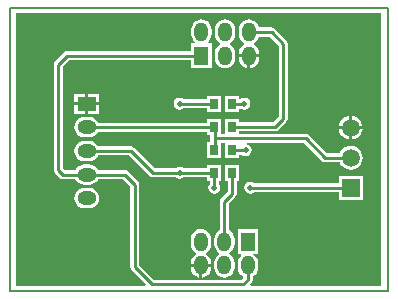
<source format=gtl>
%FSLAX25Y25*%
%MOIN*%
G70*
G01*
G75*
G04 Layer_Physical_Order=1*
G04 Layer_Color=255*
%ADD10R,0.02756X0.03347*%
%ADD11C,0.01000*%
%ADD12C,0.00500*%
%ADD13O,0.04724X0.06299*%
%ADD14R,0.04724X0.06299*%
%ADD15O,0.06299X0.04724*%
%ADD16R,0.06299X0.04724*%
%ADD17R,0.05906X0.05906*%
%ADD18C,0.05906*%
%ADD19C,0.02000*%
G36*
X123725Y-92725D02*
X80091D01*
X79899Y-92264D01*
X80330Y-91833D01*
X80661Y-91337D01*
X80680Y-91240D01*
X80777Y-90752D01*
Y-89667D01*
X80944Y-89598D01*
X81646Y-89059D01*
X82185Y-88357D01*
X82524Y-87539D01*
X82639Y-86661D01*
Y-85087D01*
X82524Y-84209D01*
X82185Y-83391D01*
X81646Y-82689D01*
X80944Y-82150D01*
X80944Y-82150D01*
X82610D01*
Y-73850D01*
X75886D01*
Y-82150D01*
X76775D01*
X76936Y-82623D01*
X76850Y-82689D01*
X76311Y-83391D01*
X75972Y-84209D01*
X75857Y-85087D01*
Y-86661D01*
X75972Y-87539D01*
X76311Y-88357D01*
X76850Y-89059D01*
X77552Y-89598D01*
X77719Y-89667D01*
Y-90118D01*
X77117Y-90721D01*
X47883D01*
X43029Y-85866D01*
Y-59000D01*
X42913Y-58415D01*
X42581Y-57919D01*
X39204Y-54541D01*
X38707Y-54209D01*
X38122Y-54093D01*
X29293D01*
X29224Y-53926D01*
X28685Y-53224D01*
X27983Y-52685D01*
X27165Y-52346D01*
X26287Y-52231D01*
X24713D01*
X23835Y-52346D01*
X23017Y-52685D01*
X22315Y-53224D01*
X21776Y-53926D01*
X21707Y-54093D01*
X18256D01*
X17529Y-53367D01*
Y-19634D01*
X19634Y-17529D01*
X60390D01*
Y-20150D01*
X67114D01*
Y-11850D01*
X66225D01*
X66064Y-11377D01*
X66150Y-11311D01*
X66689Y-10609D01*
X67028Y-9791D01*
X67143Y-8913D01*
Y-7339D01*
X67028Y-6461D01*
X66689Y-5643D01*
X66150Y-4941D01*
X65448Y-4402D01*
X64630Y-4063D01*
X63752Y-3947D01*
X62874Y-4063D01*
X62056Y-4402D01*
X61354Y-4941D01*
X60815Y-5643D01*
X60476Y-6461D01*
X60361Y-7339D01*
Y-8913D01*
X60476Y-9791D01*
X60815Y-10609D01*
X61354Y-11311D01*
X61439Y-11377D01*
X61278Y-11850D01*
X60390D01*
Y-14471D01*
X19000D01*
X18415Y-14587D01*
X17919Y-14919D01*
X14919Y-17919D01*
X14587Y-18415D01*
X14471Y-19000D01*
Y-54000D01*
X14587Y-54585D01*
X14919Y-55081D01*
X16541Y-56704D01*
X17037Y-57035D01*
X17037Y-57035D01*
X17037Y-57035D01*
D01*
X17037Y-57035D01*
X17037Y-57035D01*
X17622Y-57151D01*
X21707D01*
X21776Y-57318D01*
X22315Y-58020D01*
X23017Y-58559D01*
X23835Y-58898D01*
X24713Y-59013D01*
X26287D01*
X27165Y-58898D01*
X27983Y-58559D01*
X28685Y-58020D01*
X29224Y-57318D01*
X29293Y-57151D01*
X37489D01*
X39971Y-59633D01*
Y-86500D01*
X39971Y-86500D01*
X39971D01*
X40087Y-87085D01*
X40419Y-87581D01*
X45101Y-92264D01*
X44909Y-92725D01*
X1774D01*
Y-1774D01*
X123725D01*
Y-92725D01*
D02*
G37*
%LPC*%
G36*
X117453Y-56047D02*
X109547D01*
Y-58471D01*
X81311D01*
X80780Y-58116D01*
X80000Y-57961D01*
X79220Y-58116D01*
X78558Y-58558D01*
X78116Y-59220D01*
X77961Y-60000D01*
X78116Y-60780D01*
X78558Y-61442D01*
X79220Y-61884D01*
X80000Y-62039D01*
X80780Y-61884D01*
X81311Y-61529D01*
X109547D01*
Y-63953D01*
X117453D01*
Y-56047D01*
D02*
G37*
G36*
X26287Y-44357D02*
X24713D01*
X23835Y-44472D01*
X23017Y-44811D01*
X22315Y-45350D01*
X21776Y-46052D01*
X21437Y-46870D01*
X21321Y-47748D01*
X21437Y-48626D01*
X21776Y-49444D01*
X22315Y-50146D01*
X23017Y-50685D01*
X23835Y-51024D01*
X24713Y-51139D01*
X26287D01*
X27165Y-51024D01*
X27983Y-50685D01*
X28685Y-50146D01*
X29224Y-49444D01*
X29293Y-49277D01*
X39614D01*
X46418Y-56081D01*
X46915Y-56413D01*
X47012Y-56432D01*
X47500Y-56529D01*
X55189D01*
X55720Y-56884D01*
X56500Y-57039D01*
X57280Y-56884D01*
X57811Y-56529D01*
X65622D01*
Y-57673D01*
X66471D01*
Y-58689D01*
X66116Y-59220D01*
X65961Y-60000D01*
X66116Y-60780D01*
X66558Y-61442D01*
X67220Y-61884D01*
X68000Y-62039D01*
X68780Y-61884D01*
X69442Y-61442D01*
X69884Y-60780D01*
X70039Y-60000D01*
X69884Y-59220D01*
X69529Y-58689D01*
Y-57673D01*
X70378D01*
Y-52327D01*
X65622D01*
Y-53471D01*
X57811D01*
X57280Y-53116D01*
X56500Y-52961D01*
X55720Y-53116D01*
X55189Y-53471D01*
X48134D01*
X41330Y-46667D01*
X40833Y-46335D01*
X40248Y-46219D01*
X29293D01*
X29224Y-46052D01*
X28685Y-45350D01*
X27983Y-44811D01*
X27165Y-44472D01*
X26287Y-44357D01*
D02*
G37*
G36*
X113000Y-40500D02*
X109579D01*
X109649Y-41032D01*
X110047Y-41993D01*
X110681Y-42819D01*
X111507Y-43453D01*
X112468Y-43851D01*
X113000Y-43921D01*
Y-40500D01*
D02*
G37*
G36*
X117421D02*
X114000D01*
Y-43921D01*
X114532Y-43851D01*
X115493Y-43453D01*
X116319Y-42819D01*
X116953Y-41993D01*
X117351Y-41032D01*
X117421Y-40500D01*
D02*
G37*
G36*
X113000Y-36079D02*
X112468Y-36149D01*
X111507Y-36547D01*
X110681Y-37181D01*
X110047Y-38007D01*
X109649Y-38968D01*
X109579Y-39500D01*
X113000D01*
Y-36079D01*
D02*
G37*
G36*
X63000Y-86374D02*
X60109D01*
Y-86661D01*
X60224Y-87539D01*
X60563Y-88357D01*
X61102Y-89059D01*
X61804Y-89598D01*
X62622Y-89937D01*
X63000Y-89987D01*
Y-86374D01*
D02*
G37*
G36*
X76284Y-52327D02*
X71528D01*
Y-57673D01*
X72471D01*
Y-61366D01*
X70293Y-63544D01*
X69961Y-64041D01*
X69845Y-64626D01*
Y-74207D01*
X69678Y-74276D01*
X68976Y-74815D01*
X68437Y-75517D01*
X68098Y-76335D01*
X67983Y-77213D01*
Y-78787D01*
X68098Y-79665D01*
X68437Y-80483D01*
X68976Y-81185D01*
X69630Y-81687D01*
Y-82187D01*
X68976Y-82689D01*
X68437Y-83391D01*
X68098Y-84209D01*
X67983Y-85087D01*
Y-86661D01*
X68098Y-87539D01*
X68437Y-88357D01*
X68976Y-89059D01*
X69678Y-89598D01*
X70496Y-89937D01*
X71374Y-90053D01*
X72252Y-89937D01*
X73070Y-89598D01*
X73772Y-89059D01*
X74311Y-88357D01*
X74650Y-87539D01*
X74765Y-86661D01*
Y-85087D01*
X74650Y-84209D01*
X74311Y-83391D01*
X73772Y-82689D01*
X73070Y-82150D01*
Y-81724D01*
X73772Y-81185D01*
X74311Y-80483D01*
X74650Y-79665D01*
X74765Y-78787D01*
Y-77213D01*
X74650Y-76335D01*
X74311Y-75517D01*
X73772Y-74815D01*
X73070Y-74276D01*
X72903Y-74207D01*
Y-65259D01*
X75081Y-63081D01*
X75413Y-62585D01*
X75529Y-62000D01*
Y-57673D01*
X76284D01*
Y-52327D01*
D02*
G37*
G36*
X66891Y-86374D02*
X64000D01*
Y-89987D01*
X64378Y-89937D01*
X65196Y-89598D01*
X65898Y-89059D01*
X66437Y-88357D01*
X66776Y-87539D01*
X66891Y-86661D01*
Y-86374D01*
D02*
G37*
G36*
X26287Y-60105D02*
X24713D01*
X23835Y-60220D01*
X23017Y-60559D01*
X22315Y-61098D01*
X21776Y-61800D01*
X21437Y-62618D01*
X21321Y-63496D01*
X21437Y-64374D01*
X21776Y-65192D01*
X22315Y-65894D01*
X23017Y-66433D01*
X23835Y-66772D01*
X24713Y-66887D01*
X26287D01*
X27165Y-66772D01*
X27983Y-66433D01*
X28685Y-65894D01*
X29224Y-65192D01*
X29563Y-64374D01*
X29679Y-63496D01*
X29563Y-62618D01*
X29224Y-61800D01*
X28685Y-61098D01*
X27983Y-60559D01*
X27165Y-60220D01*
X26287Y-60105D01*
D02*
G37*
G36*
X63500Y-73821D02*
X62622Y-73937D01*
X61804Y-74276D01*
X61102Y-74815D01*
X60563Y-75517D01*
X60224Y-76335D01*
X60109Y-77213D01*
Y-78787D01*
X60224Y-79665D01*
X60563Y-80483D01*
X61102Y-81185D01*
X61756Y-81687D01*
Y-82187D01*
X61102Y-82689D01*
X60563Y-83391D01*
X60224Y-84209D01*
X60109Y-85087D01*
Y-85374D01*
X66891D01*
Y-85087D01*
X66776Y-84209D01*
X66437Y-83391D01*
X65898Y-82689D01*
X65196Y-82150D01*
Y-81724D01*
X65898Y-81185D01*
X66437Y-80483D01*
X66776Y-79665D01*
X66891Y-78787D01*
Y-77213D01*
X66776Y-76335D01*
X66437Y-75517D01*
X65898Y-74815D01*
X65196Y-74276D01*
X64378Y-73937D01*
X63500Y-73821D01*
D02*
G37*
G36*
X114000Y-36079D02*
Y-39500D01*
X117421D01*
X117351Y-38968D01*
X116953Y-38007D01*
X116319Y-37181D01*
X115493Y-36547D01*
X114532Y-36149D01*
X114000Y-36079D01*
D02*
G37*
G36*
X70378Y-29327D02*
X65622D01*
Y-30471D01*
X57811D01*
X57280Y-30116D01*
X56500Y-29961D01*
X55720Y-30116D01*
X55058Y-30558D01*
X54616Y-31220D01*
X54461Y-32000D01*
X54616Y-32780D01*
X55058Y-33442D01*
X55720Y-33884D01*
X56500Y-34039D01*
X57280Y-33884D01*
X57811Y-33529D01*
X65622D01*
Y-34673D01*
X70378D01*
Y-29327D01*
D02*
G37*
G36*
X29650Y-28638D02*
X26000D01*
Y-31500D01*
X29650D01*
Y-28638D01*
D02*
G37*
G36*
X71626Y-3947D02*
X70748Y-4063D01*
X69930Y-4402D01*
X69228Y-4941D01*
X68689Y-5643D01*
X68350Y-6461D01*
X68235Y-7339D01*
Y-8913D01*
X68350Y-9791D01*
X68689Y-10609D01*
X69228Y-11311D01*
X69882Y-11813D01*
Y-12313D01*
X69228Y-12815D01*
X68689Y-13517D01*
X68350Y-14335D01*
X68235Y-15213D01*
Y-16787D01*
X68350Y-17665D01*
X68689Y-18483D01*
X69228Y-19185D01*
X69930Y-19724D01*
X70748Y-20063D01*
X71626Y-20179D01*
X72504Y-20063D01*
X73322Y-19724D01*
X74024Y-19185D01*
X74563Y-18483D01*
X74902Y-17665D01*
X75017Y-16787D01*
Y-15213D01*
X74902Y-14335D01*
X74563Y-13517D01*
X74024Y-12815D01*
X73322Y-12276D01*
Y-11850D01*
X74024Y-11311D01*
X74563Y-10609D01*
X74902Y-9791D01*
X75017Y-8913D01*
Y-7339D01*
X74902Y-6461D01*
X74563Y-5643D01*
X74024Y-4941D01*
X73322Y-4402D01*
X72504Y-4063D01*
X71626Y-3947D01*
D02*
G37*
G36*
X82891Y-16500D02*
X80000D01*
Y-20113D01*
X80378Y-20063D01*
X81196Y-19724D01*
X81898Y-19185D01*
X82437Y-18483D01*
X82776Y-17665D01*
X82891Y-16787D01*
Y-16500D01*
D02*
G37*
G36*
X79000D02*
X76109D01*
Y-16787D01*
X76224Y-17665D01*
X76563Y-18483D01*
X77102Y-19185D01*
X77804Y-19724D01*
X78622Y-20063D01*
X79000Y-20113D01*
Y-16500D01*
D02*
G37*
G36*
X25000Y-32500D02*
X21350D01*
Y-35362D01*
X25000D01*
Y-32500D01*
D02*
G37*
G36*
X79500Y-3947D02*
X78622Y-4063D01*
X77804Y-4402D01*
X77102Y-4941D01*
X76563Y-5643D01*
X76224Y-6461D01*
X76109Y-7339D01*
Y-8913D01*
X76224Y-9791D01*
X76563Y-10609D01*
X77102Y-11311D01*
X77756Y-11813D01*
Y-12313D01*
X77102Y-12815D01*
X76563Y-13517D01*
X76224Y-14335D01*
X76109Y-15213D01*
Y-15500D01*
X82891D01*
Y-15213D01*
X82776Y-14335D01*
X82437Y-13517D01*
X81898Y-12815D01*
X81196Y-12276D01*
Y-11850D01*
X81898Y-11311D01*
X82437Y-10609D01*
X82776Y-9791D01*
X82793Y-9655D01*
X86493D01*
X89471Y-12633D01*
Y-36367D01*
X87700Y-38137D01*
X76284D01*
Y-36993D01*
X71528D01*
Y-41971D01*
X70378D01*
Y-36993D01*
X65622D01*
Y-38345D01*
X29293D01*
X29224Y-38178D01*
X28685Y-37476D01*
X27983Y-36937D01*
X27165Y-36598D01*
X26287Y-36483D01*
X24713D01*
X23835Y-36598D01*
X23017Y-36937D01*
X22315Y-37476D01*
X21776Y-38178D01*
X21437Y-38996D01*
X21321Y-39874D01*
X21437Y-40752D01*
X21776Y-41570D01*
X22315Y-42272D01*
X23017Y-42811D01*
X23835Y-43150D01*
X24713Y-43265D01*
X26287D01*
X27165Y-43150D01*
X27983Y-42811D01*
X28685Y-42272D01*
X29224Y-41570D01*
X29293Y-41403D01*
X65622D01*
Y-42340D01*
X66565D01*
Y-43500D01*
Y-44660D01*
X65622D01*
Y-50007D01*
X70378D01*
Y-45029D01*
X71528D01*
Y-50007D01*
X76284D01*
Y-49029D01*
X77189D01*
X77720Y-49384D01*
X78500Y-49539D01*
X79280Y-49384D01*
X79942Y-48942D01*
X80384Y-48280D01*
X80539Y-47500D01*
X80384Y-46720D01*
X79942Y-46058D01*
X79280Y-45616D01*
X78500Y-45461D01*
Y-45383D01*
X78854Y-45029D01*
X97866D01*
X103919Y-51081D01*
X103919D01*
X103919Y-51082D01*
X103919Y-51082D01*
Y-51082D01*
X104415Y-51413D01*
X105000Y-51529D01*
X109855D01*
X110047Y-51993D01*
X110681Y-52819D01*
X111507Y-53453D01*
X112468Y-53851D01*
X113500Y-53987D01*
X114532Y-53851D01*
X115493Y-53453D01*
X116319Y-52819D01*
X116953Y-51993D01*
X117351Y-51032D01*
X117487Y-50000D01*
X117351Y-48968D01*
X116953Y-48007D01*
X116319Y-47181D01*
X115493Y-46547D01*
X114532Y-46149D01*
X113500Y-46013D01*
X112468Y-46149D01*
X111507Y-46547D01*
X110681Y-47181D01*
X110047Y-48007D01*
X109855Y-48471D01*
X105633D01*
X99581Y-42419D01*
X99085Y-42087D01*
X98500Y-41971D01*
X76284D01*
Y-41196D01*
X88333D01*
X88919Y-41080D01*
X89415Y-40748D01*
X89415Y-40748D01*
X89415Y-40748D01*
X92081Y-38081D01*
X92413Y-37585D01*
X92529Y-37000D01*
X92529Y-37000D01*
X92529Y-37000D01*
Y-37000D01*
Y-12000D01*
X92413Y-11415D01*
X92081Y-10919D01*
X88207Y-7045D01*
X87711Y-6713D01*
X87126Y-6597D01*
X82793D01*
X82776Y-6461D01*
X82437Y-5643D01*
X81898Y-4941D01*
X81196Y-4402D01*
X80378Y-4063D01*
X79500Y-3947D01*
D02*
G37*
G36*
X29650Y-32500D02*
X26000D01*
Y-35362D01*
X29650D01*
Y-32500D01*
D02*
G37*
G36*
X25000Y-28638D02*
X21350D01*
Y-31500D01*
X25000D01*
Y-28638D01*
D02*
G37*
G36*
X76284Y-29327D02*
X71528D01*
Y-34673D01*
X76284D01*
Y-33789D01*
X76724Y-33553D01*
X77220Y-33884D01*
X78000Y-34039D01*
X78780Y-33884D01*
X79442Y-33442D01*
X79884Y-32780D01*
X80039Y-32000D01*
X79884Y-31220D01*
X79442Y-30558D01*
X78780Y-30116D01*
X78000Y-29961D01*
X77220Y-30116D01*
X76724Y-30447D01*
X76284Y-30211D01*
Y-29327D01*
D02*
G37*
%LPD*%
D10*
X73905Y-32000D02*
D03*
X68000D02*
D03*
X73905Y-39667D02*
D03*
X68000D02*
D03*
X68000Y-55000D02*
D03*
X73905D02*
D03*
X68000Y-47333D02*
D03*
X73905D02*
D03*
D11*
X77750Y-92250D02*
X79248Y-90752D01*
X47250Y-92250D02*
X77750D01*
X41500Y-86500D02*
X47250Y-92250D01*
X16000Y-54000D02*
Y-19000D01*
Y-54000D02*
X17622Y-55622D01*
X25500D01*
X16000Y-19000D02*
X19000Y-16000D01*
X63752D01*
X68000Y-60000D02*
Y-55000D01*
X68094D01*
X56500D02*
X68000D01*
X80000Y-60000D02*
X113500D01*
X105000Y-50000D02*
X113500D01*
X98500Y-43500D02*
X105000Y-50000D01*
X68094Y-43500D02*
X98500D01*
X68094D02*
Y-39761D01*
Y-46000D02*
Y-43500D01*
X88333Y-39667D02*
X91000Y-37000D01*
X73905Y-39667D02*
X88333D01*
X73905Y-32000D02*
X78000D01*
X25500Y-39874D02*
X67793D01*
X56500Y-32000D02*
X68000D01*
X47500Y-55000D02*
X56500D01*
X74500Y-47500D02*
X78500D01*
X79500Y-8126D02*
X87126D01*
X91000Y-12000D01*
Y-37000D02*
Y-12000D01*
X71374Y-78000D02*
Y-64626D01*
X74000Y-62000D01*
Y-55000D01*
X40248Y-47748D02*
X47500Y-55000D01*
X25500Y-47748D02*
X40248D01*
X79248Y-90752D02*
Y-85874D01*
X41500Y-86500D02*
Y-59000D01*
X38122Y-55622D02*
X41500Y-59000D01*
X25500Y-55622D02*
X38122D01*
D12*
X0Y0D02*
X125984D01*
X0Y-94488D02*
Y0D01*
Y-94488D02*
X125984D01*
Y0D01*
D13*
X71626Y-16000D02*
D03*
X79500D02*
D03*
X63752Y-8126D02*
D03*
X79500D02*
D03*
X71626D02*
D03*
X71374Y-78000D02*
D03*
X63500D02*
D03*
X79248Y-85874D02*
D03*
X63500D02*
D03*
X71374D02*
D03*
D14*
X63752Y-16000D02*
D03*
X79248Y-78000D02*
D03*
D15*
X25500Y-47748D02*
D03*
Y-63496D02*
D03*
Y-55622D02*
D03*
Y-39874D02*
D03*
D16*
Y-32000D02*
D03*
D17*
X113500Y-60000D02*
D03*
D18*
Y-50000D02*
D03*
Y-40000D02*
D03*
D19*
X68000Y-60000D02*
D03*
X80000D02*
D03*
X56500Y-55000D02*
D03*
Y-32000D02*
D03*
X78000D02*
D03*
X78500Y-47500D02*
D03*
M02*

</source>
